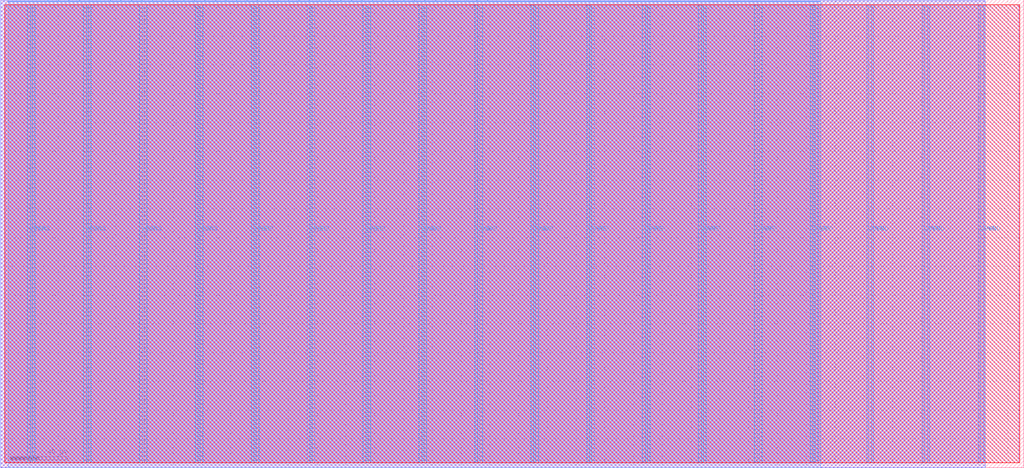
<source format=lef>
VERSION 5.7 ;
  NOWIREEXTENSIONATPIN ON ;
  DIVIDERCHAR "/" ;
  BUSBITCHARS "[]" ;
MACRO tt_um_2048_vga_game
  CLASS BLOCK ;
  FOREIGN tt_um_2048_vga_game ;
  ORIGIN 0.000 0.000 ;
  SIZE 711.200 BY 325.360 ;
  PIN VGND
    DIRECTION INOUT ;
    USE GROUND ;
    PORT
      LAYER Metal4 ;
        RECT 22.180 3.620 23.780 321.740 ;
    END
    PORT
      LAYER Metal4 ;
        RECT 61.050 3.620 62.650 321.740 ;
    END
    PORT
      LAYER Metal4 ;
        RECT 99.920 3.620 101.520 321.740 ;
    END
    PORT
      LAYER Metal4 ;
        RECT 138.790 3.620 140.390 321.740 ;
    END
    PORT
      LAYER Metal4 ;
        RECT 177.660 3.620 179.260 321.740 ;
    END
    PORT
      LAYER Metal4 ;
        RECT 216.530 3.620 218.130 321.740 ;
    END
    PORT
      LAYER Metal4 ;
        RECT 255.400 3.620 257.000 321.740 ;
    END
    PORT
      LAYER Metal4 ;
        RECT 294.270 3.620 295.870 321.740 ;
    END
    PORT
      LAYER Metal4 ;
        RECT 333.140 3.620 334.740 321.740 ;
    END
    PORT
      LAYER Metal4 ;
        RECT 372.010 3.620 373.610 321.740 ;
    END
    PORT
      LAYER Metal4 ;
        RECT 410.880 3.620 412.480 321.740 ;
    END
    PORT
      LAYER Metal4 ;
        RECT 449.750 3.620 451.350 321.740 ;
    END
    PORT
      LAYER Metal4 ;
        RECT 488.620 3.620 490.220 321.740 ;
    END
    PORT
      LAYER Metal4 ;
        RECT 527.490 3.620 529.090 321.740 ;
    END
    PORT
      LAYER Metal4 ;
        RECT 566.360 3.620 567.960 321.740 ;
    END
    PORT
      LAYER Metal4 ;
        RECT 605.230 3.620 606.830 321.740 ;
    END
    PORT
      LAYER Metal4 ;
        RECT 644.100 3.620 645.700 321.740 ;
    END
    PORT
      LAYER Metal4 ;
        RECT 682.970 3.620 684.570 321.740 ;
    END
  END VGND
  PIN VPWR
    DIRECTION INOUT ;
    USE POWER ;
    PORT
      LAYER Metal4 ;
        RECT 18.880 3.620 20.480 321.740 ;
    END
    PORT
      LAYER Metal4 ;
        RECT 57.750 3.620 59.350 321.740 ;
    END
    PORT
      LAYER Metal4 ;
        RECT 96.620 3.620 98.220 321.740 ;
    END
    PORT
      LAYER Metal4 ;
        RECT 135.490 3.620 137.090 321.740 ;
    END
    PORT
      LAYER Metal4 ;
        RECT 174.360 3.620 175.960 321.740 ;
    END
    PORT
      LAYER Metal4 ;
        RECT 213.230 3.620 214.830 321.740 ;
    END
    PORT
      LAYER Metal4 ;
        RECT 252.100 3.620 253.700 321.740 ;
    END
    PORT
      LAYER Metal4 ;
        RECT 290.970 3.620 292.570 321.740 ;
    END
    PORT
      LAYER Metal4 ;
        RECT 329.840 3.620 331.440 321.740 ;
    END
    PORT
      LAYER Metal4 ;
        RECT 368.710 3.620 370.310 321.740 ;
    END
    PORT
      LAYER Metal4 ;
        RECT 407.580 3.620 409.180 321.740 ;
    END
    PORT
      LAYER Metal4 ;
        RECT 446.450 3.620 448.050 321.740 ;
    END
    PORT
      LAYER Metal4 ;
        RECT 485.320 3.620 486.920 321.740 ;
    END
    PORT
      LAYER Metal4 ;
        RECT 524.190 3.620 525.790 321.740 ;
    END
    PORT
      LAYER Metal4 ;
        RECT 563.060 3.620 564.660 321.740 ;
    END
    PORT
      LAYER Metal4 ;
        RECT 601.930 3.620 603.530 321.740 ;
    END
    PORT
      LAYER Metal4 ;
        RECT 640.800 3.620 642.400 321.740 ;
    END
    PORT
      LAYER Metal4 ;
        RECT 679.670 3.620 681.270 321.740 ;
    END
  END VPWR
  PIN clk
    DIRECTION INPUT ;
    USE SIGNAL ;
    ANTENNAGATEAREA 4.738000 ;
    PORT
      LAYER Metal4 ;
        RECT 331.090 324.360 331.390 325.360 ;
    END
  END clk
  PIN ena
    DIRECTION INPUT ;
    USE SIGNAL ;
    PORT
      LAYER Metal4 ;
        RECT 338.370 324.360 338.670 325.360 ;
    END
  END ena
  PIN rst_n
    DIRECTION INPUT ;
    USE SIGNAL ;
    ANTENNAGATEAREA 0.396000 ;
    PORT
      LAYER Metal4 ;
        RECT 323.810 324.360 324.110 325.360 ;
    END
  END rst_n
  PIN ui_in[0]
    DIRECTION INPUT ;
    USE SIGNAL ;
    ANTENNAGATEAREA 0.396000 ;
    PORT
      LAYER Metal4 ;
        RECT 316.530 324.360 316.830 325.360 ;
    END
  END ui_in[0]
  PIN ui_in[1]
    DIRECTION INPUT ;
    USE SIGNAL ;
    ANTENNAGATEAREA 0.396000 ;
    PORT
      LAYER Metal4 ;
        RECT 309.250 324.360 309.550 325.360 ;
    END
  END ui_in[1]
  PIN ui_in[2]
    DIRECTION INPUT ;
    USE SIGNAL ;
    ANTENNAGATEAREA 0.396000 ;
    PORT
      LAYER Metal4 ;
        RECT 301.970 324.360 302.270 325.360 ;
    END
  END ui_in[2]
  PIN ui_in[3]
    DIRECTION INPUT ;
    USE SIGNAL ;
    ANTENNAGATEAREA 0.396000 ;
    PORT
      LAYER Metal4 ;
        RECT 294.690 324.360 294.990 325.360 ;
    END
  END ui_in[3]
  PIN ui_in[4]
    DIRECTION INPUT ;
    USE SIGNAL ;
    ANTENNAGATEAREA 0.498500 ;
    PORT
      LAYER Metal4 ;
        RECT 287.410 324.360 287.710 325.360 ;
    END
  END ui_in[4]
  PIN ui_in[5]
    DIRECTION INPUT ;
    USE SIGNAL ;
    ANTENNAGATEAREA 0.498500 ;
    PORT
      LAYER Metal4 ;
        RECT 280.130 324.360 280.430 325.360 ;
    END
  END ui_in[5]
  PIN ui_in[6]
    DIRECTION INPUT ;
    USE SIGNAL ;
    ANTENNAGATEAREA 0.396000 ;
    PORT
      LAYER Metal4 ;
        RECT 272.850 324.360 273.150 325.360 ;
    END
  END ui_in[6]
  PIN ui_in[7]
    DIRECTION INPUT ;
    USE SIGNAL ;
    ANTENNAGATEAREA 1.102000 ;
    PORT
      LAYER Metal4 ;
        RECT 265.570 324.360 265.870 325.360 ;
    END
  END ui_in[7]
  PIN uio_in[0]
    DIRECTION INPUT ;
    USE SIGNAL ;
    ANTENNAGATEAREA 1.102000 ;
    PORT
      LAYER Metal4 ;
        RECT 258.290 324.360 258.590 325.360 ;
    END
  END uio_in[0]
  PIN uio_in[1]
    DIRECTION INPUT ;
    USE SIGNAL ;
    ANTENNAGATEAREA 1.102000 ;
    PORT
      LAYER Metal4 ;
        RECT 251.010 324.360 251.310 325.360 ;
    END
  END uio_in[1]
  PIN uio_in[2]
    DIRECTION INPUT ;
    USE SIGNAL ;
    ANTENNAGATEAREA 0.396000 ;
    PORT
      LAYER Metal4 ;
        RECT 243.730 324.360 244.030 325.360 ;
    END
  END uio_in[2]
  PIN uio_in[3]
    DIRECTION INPUT ;
    USE SIGNAL ;
    ANTENNAGATEAREA 0.396000 ;
    PORT
      LAYER Metal4 ;
        RECT 236.450 324.360 236.750 325.360 ;
    END
  END uio_in[3]
  PIN uio_in[4]
    DIRECTION INPUT ;
    USE SIGNAL ;
    ANTENNAGATEAREA 0.741000 ;
    PORT
      LAYER Metal4 ;
        RECT 229.170 324.360 229.470 325.360 ;
    END
  END uio_in[4]
  PIN uio_in[5]
    DIRECTION INPUT ;
    USE SIGNAL ;
    ANTENNAGATEAREA 0.741000 ;
    PORT
      LAYER Metal4 ;
        RECT 221.890 324.360 222.190 325.360 ;
    END
  END uio_in[5]
  PIN uio_in[6]
    DIRECTION INPUT ;
    USE SIGNAL ;
    ANTENNAGATEAREA 0.741000 ;
    PORT
      LAYER Metal4 ;
        RECT 214.610 324.360 214.910 325.360 ;
    END
  END uio_in[6]
  PIN uio_in[7]
    DIRECTION INPUT ;
    USE SIGNAL ;
    ANTENNAGATEAREA 0.396000 ;
    PORT
      LAYER Metal4 ;
        RECT 207.330 324.360 207.630 325.360 ;
    END
  END uio_in[7]
  PIN uio_oe[0]
    DIRECTION OUTPUT ;
    USE SIGNAL ;
    ANTENNADIFFAREA 0.360800 ;
    PORT
      LAYER Metal4 ;
        RECT 83.570 324.360 83.870 325.360 ;
    END
  END uio_oe[0]
  PIN uio_oe[1]
    DIRECTION OUTPUT ;
    USE SIGNAL ;
    ANTENNADIFFAREA 0.360800 ;
    PORT
      LAYER Metal4 ;
        RECT 76.290 324.360 76.590 325.360 ;
    END
  END uio_oe[1]
  PIN uio_oe[2]
    DIRECTION OUTPUT ;
    USE SIGNAL ;
    ANTENNADIFFAREA 0.360800 ;
    PORT
      LAYER Metal4 ;
        RECT 69.010 324.360 69.310 325.360 ;
    END
  END uio_oe[2]
  PIN uio_oe[3]
    DIRECTION OUTPUT ;
    USE SIGNAL ;
    ANTENNADIFFAREA 0.360800 ;
    PORT
      LAYER Metal4 ;
        RECT 61.730 324.360 62.030 325.360 ;
    END
  END uio_oe[3]
  PIN uio_oe[4]
    DIRECTION OUTPUT ;
    USE SIGNAL ;
    ANTENNADIFFAREA 1.986000 ;
    PORT
      LAYER Metal4 ;
        RECT 54.450 324.360 54.750 325.360 ;
    END
  END uio_oe[4]
  PIN uio_oe[5]
    DIRECTION OUTPUT ;
    USE SIGNAL ;
    ANTENNADIFFAREA 1.986000 ;
    PORT
      LAYER Metal4 ;
        RECT 47.170 324.360 47.470 325.360 ;
    END
  END uio_oe[5]
  PIN uio_oe[6]
    DIRECTION OUTPUT ;
    USE SIGNAL ;
    ANTENNADIFFAREA 1.986000 ;
    PORT
      LAYER Metal4 ;
        RECT 39.890 324.360 40.190 325.360 ;
    END
  END uio_oe[6]
  PIN uio_oe[7]
    DIRECTION OUTPUT ;
    USE SIGNAL ;
    ANTENNADIFFAREA 1.986000 ;
    PORT
      LAYER Metal4 ;
        RECT 32.610 324.360 32.910 325.360 ;
    END
  END uio_oe[7]
  PIN uio_out[0]
    DIRECTION OUTPUT ;
    USE SIGNAL ;
    ANTENNADIFFAREA 0.360800 ;
    PORT
      LAYER Metal4 ;
        RECT 141.810 324.360 142.110 325.360 ;
    END
  END uio_out[0]
  PIN uio_out[1]
    DIRECTION OUTPUT ;
    USE SIGNAL ;
    ANTENNADIFFAREA 0.360800 ;
    PORT
      LAYER Metal4 ;
        RECT 134.530 324.360 134.830 325.360 ;
    END
  END uio_out[1]
  PIN uio_out[2]
    DIRECTION OUTPUT ;
    USE SIGNAL ;
    ANTENNADIFFAREA 0.360800 ;
    PORT
      LAYER Metal4 ;
        RECT 127.250 324.360 127.550 325.360 ;
    END
  END uio_out[2]
  PIN uio_out[3]
    DIRECTION OUTPUT ;
    USE SIGNAL ;
    ANTENNADIFFAREA 0.360800 ;
    PORT
      LAYER Metal4 ;
        RECT 119.970 324.360 120.270 325.360 ;
    END
  END uio_out[3]
  PIN uio_out[4]
    DIRECTION OUTPUT ;
    USE SIGNAL ;
    ANTENNAGATEAREA 1.102000 ;
    ANTENNADIFFAREA 2.604400 ;
    PORT
      LAYER Metal4 ;
        RECT 112.690 324.360 112.990 325.360 ;
    END
  END uio_out[4]
  PIN uio_out[5]
    DIRECTION OUTPUT ;
    USE SIGNAL ;
    ANTENNAGATEAREA 1.102000 ;
    ANTENNADIFFAREA 2.604400 ;
    PORT
      LAYER Metal4 ;
        RECT 105.410 324.360 105.710 325.360 ;
    END
  END uio_out[5]
  PIN uio_out[6]
    DIRECTION OUTPUT ;
    USE SIGNAL ;
    ANTENNAGATEAREA 1.102000 ;
    ANTENNADIFFAREA 2.604400 ;
    PORT
      LAYER Metal4 ;
        RECT 98.130 324.360 98.430 325.360 ;
    END
  END uio_out[6]
  PIN uio_out[7]
    DIRECTION OUTPUT ;
    USE SIGNAL ;
    ANTENNAGATEAREA 1.102000 ;
    ANTENNADIFFAREA 2.604400 ;
    PORT
      LAYER Metal4 ;
        RECT 90.850 324.360 91.150 325.360 ;
    END
  END uio_out[7]
  PIN uo_out[0]
    DIRECTION OUTPUT ;
    USE SIGNAL ;
    ANTENNADIFFAREA 1.060800 ;
    PORT
      LAYER Metal4 ;
        RECT 200.050 324.360 200.350 325.360 ;
    END
  END uo_out[0]
  PIN uo_out[1]
    DIRECTION OUTPUT ;
    USE SIGNAL ;
    ANTENNADIFFAREA 1.060800 ;
    PORT
      LAYER Metal4 ;
        RECT 192.770 324.360 193.070 325.360 ;
    END
  END uo_out[1]
  PIN uo_out[2]
    DIRECTION OUTPUT ;
    USE SIGNAL ;
    ANTENNADIFFAREA 1.060800 ;
    PORT
      LAYER Metal4 ;
        RECT 185.490 324.360 185.790 325.360 ;
    END
  END uo_out[2]
  PIN uo_out[3]
    DIRECTION OUTPUT ;
    USE SIGNAL ;
    ANTENNADIFFAREA 1.986000 ;
    PORT
      LAYER Metal4 ;
        RECT 178.210 324.360 178.510 325.360 ;
    END
  END uo_out[3]
  PIN uo_out[4]
    DIRECTION OUTPUT ;
    USE SIGNAL ;
    ANTENNADIFFAREA 1.060800 ;
    PORT
      LAYER Metal4 ;
        RECT 170.930 324.360 171.230 325.360 ;
    END
  END uo_out[4]
  PIN uo_out[5]
    DIRECTION OUTPUT ;
    USE SIGNAL ;
    ANTENNADIFFAREA 1.060800 ;
    PORT
      LAYER Metal4 ;
        RECT 163.650 324.360 163.950 325.360 ;
    END
  END uo_out[5]
  PIN uo_out[6]
    DIRECTION OUTPUT ;
    USE SIGNAL ;
    ANTENNADIFFAREA 1.060800 ;
    PORT
      LAYER Metal4 ;
        RECT 156.370 324.360 156.670 325.360 ;
    END
  END uo_out[6]
  PIN uo_out[7]
    DIRECTION OUTPUT ;
    USE SIGNAL ;
    ANTENNADIFFAREA 1.986000 ;
    PORT
      LAYER Metal4 ;
        RECT 149.090 324.360 149.390 325.360 ;
    END
  END uo_out[7]
  OBS
      LAYER Nwell ;
        RECT 2.930 3.490 708.270 321.870 ;
      LAYER Metal1 ;
        RECT 3.360 3.620 707.840 321.740 ;
      LAYER Metal2 ;
        RECT 0.140 0.090 684.430 324.710 ;
      LAYER Metal3 ;
        RECT 0.090 0.140 684.480 324.660 ;
      LAYER Metal4 ;
        RECT 5.180 324.060 32.310 324.360 ;
        RECT 33.210 324.060 39.590 324.360 ;
        RECT 40.490 324.060 46.870 324.360 ;
        RECT 47.770 324.060 54.150 324.360 ;
        RECT 55.050 324.060 61.430 324.360 ;
        RECT 62.330 324.060 68.710 324.360 ;
        RECT 69.610 324.060 75.990 324.360 ;
        RECT 76.890 324.060 83.270 324.360 ;
        RECT 84.170 324.060 90.550 324.360 ;
        RECT 91.450 324.060 97.830 324.360 ;
        RECT 98.730 324.060 105.110 324.360 ;
        RECT 106.010 324.060 112.390 324.360 ;
        RECT 113.290 324.060 119.670 324.360 ;
        RECT 120.570 324.060 126.950 324.360 ;
        RECT 127.850 324.060 134.230 324.360 ;
        RECT 135.130 324.060 141.510 324.360 ;
        RECT 142.410 324.060 148.790 324.360 ;
        RECT 149.690 324.060 156.070 324.360 ;
        RECT 156.970 324.060 163.350 324.360 ;
        RECT 164.250 324.060 170.630 324.360 ;
        RECT 171.530 324.060 177.910 324.360 ;
        RECT 178.810 324.060 185.190 324.360 ;
        RECT 186.090 324.060 192.470 324.360 ;
        RECT 193.370 324.060 199.750 324.360 ;
        RECT 200.650 324.060 207.030 324.360 ;
        RECT 207.930 324.060 214.310 324.360 ;
        RECT 215.210 324.060 221.590 324.360 ;
        RECT 222.490 324.060 228.870 324.360 ;
        RECT 229.770 324.060 236.150 324.360 ;
        RECT 237.050 324.060 243.430 324.360 ;
        RECT 244.330 324.060 250.710 324.360 ;
        RECT 251.610 324.060 257.990 324.360 ;
        RECT 258.890 324.060 265.270 324.360 ;
        RECT 266.170 324.060 272.550 324.360 ;
        RECT 273.450 324.060 279.830 324.360 ;
        RECT 280.730 324.060 287.110 324.360 ;
        RECT 288.010 324.060 294.390 324.360 ;
        RECT 295.290 324.060 301.670 324.360 ;
        RECT 302.570 324.060 308.950 324.360 ;
        RECT 309.850 324.060 316.230 324.360 ;
        RECT 317.130 324.060 323.510 324.360 ;
        RECT 324.410 324.060 330.790 324.360 ;
        RECT 331.690 324.060 338.070 324.360 ;
        RECT 338.970 324.060 569.940 324.360 ;
        RECT 5.180 322.040 569.940 324.060 ;
        RECT 5.180 3.320 18.580 322.040 ;
        RECT 20.780 3.320 21.880 322.040 ;
        RECT 24.080 3.320 57.450 322.040 ;
        RECT 59.650 3.320 60.750 322.040 ;
        RECT 62.950 3.320 96.320 322.040 ;
        RECT 98.520 3.320 99.620 322.040 ;
        RECT 101.820 3.320 135.190 322.040 ;
        RECT 137.390 3.320 138.490 322.040 ;
        RECT 140.690 3.320 174.060 322.040 ;
        RECT 176.260 3.320 177.360 322.040 ;
        RECT 179.560 3.320 212.930 322.040 ;
        RECT 215.130 3.320 216.230 322.040 ;
        RECT 218.430 3.320 251.800 322.040 ;
        RECT 254.000 3.320 255.100 322.040 ;
        RECT 257.300 3.320 290.670 322.040 ;
        RECT 292.870 3.320 293.970 322.040 ;
        RECT 296.170 3.320 329.540 322.040 ;
        RECT 331.740 3.320 332.840 322.040 ;
        RECT 335.040 3.320 368.410 322.040 ;
        RECT 370.610 3.320 371.710 322.040 ;
        RECT 373.910 3.320 407.280 322.040 ;
        RECT 409.480 3.320 410.580 322.040 ;
        RECT 412.780 3.320 446.150 322.040 ;
        RECT 448.350 3.320 449.450 322.040 ;
        RECT 451.650 3.320 485.020 322.040 ;
        RECT 487.220 3.320 488.320 322.040 ;
        RECT 490.520 3.320 523.890 322.040 ;
        RECT 526.090 3.320 527.190 322.040 ;
        RECT 529.390 3.320 562.760 322.040 ;
        RECT 564.960 3.320 566.060 322.040 ;
        RECT 568.260 3.320 569.940 322.040 ;
        RECT 5.180 0.090 569.940 3.320 ;
  END
END tt_um_2048_vga_game
END LIBRARY


</source>
